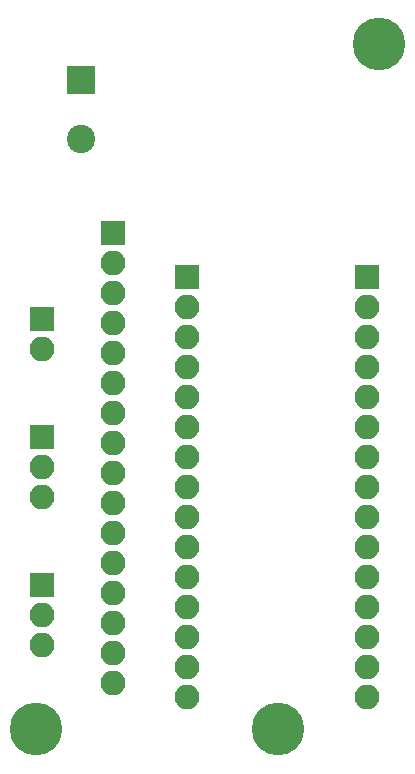
<source format=gbs>
G04 #@! TF.FileFunction,Soldermask,Bot*
%FSLAX46Y46*%
G04 Gerber Fmt 4.6, Leading zero omitted, Abs format (unit mm)*
G04 Created by KiCad (PCBNEW 4.0.7) date 03/27/18 13:34:48*
%MOMM*%
%LPD*%
G01*
G04 APERTURE LIST*
%ADD10C,0.100000*%
%ADD11C,4.464000*%
%ADD12R,2.100000X2.100000*%
%ADD13O,2.100000X2.100000*%
%ADD14R,2.400000X2.400000*%
%ADD15C,2.400000*%
G04 APERTURE END LIST*
D10*
D11*
X134500000Y-51500000D03*
D12*
X106000000Y-74750000D03*
D13*
X106000000Y-77290000D03*
D12*
X118250000Y-71250000D03*
D13*
X118250000Y-73790000D03*
X118250000Y-76330000D03*
X118250000Y-78870000D03*
X118250000Y-81410000D03*
X118250000Y-83950000D03*
X118250000Y-86490000D03*
X118250000Y-89030000D03*
X118250000Y-91570000D03*
X118250000Y-94110000D03*
X118250000Y-96650000D03*
X118250000Y-99190000D03*
X118250000Y-101730000D03*
X118250000Y-104270000D03*
X118250000Y-106810000D03*
D12*
X133500000Y-71250000D03*
D13*
X133500000Y-73790000D03*
X133500000Y-76330000D03*
X133500000Y-78870000D03*
X133500000Y-81410000D03*
X133500000Y-83950000D03*
X133500000Y-86490000D03*
X133500000Y-89030000D03*
X133500000Y-91570000D03*
X133500000Y-94110000D03*
X133500000Y-96650000D03*
X133500000Y-99190000D03*
X133500000Y-101730000D03*
X133500000Y-104270000D03*
X133500000Y-106810000D03*
D14*
X109250000Y-54500000D03*
D15*
X109250000Y-59500000D03*
D12*
X106000000Y-84750000D03*
D13*
X106000000Y-87290000D03*
X106000000Y-89830000D03*
D12*
X106000000Y-97250000D03*
D13*
X106000000Y-99790000D03*
X106000000Y-102330000D03*
D12*
X112000000Y-67500000D03*
D13*
X112000000Y-70040000D03*
X112000000Y-72580000D03*
X112000000Y-75120000D03*
X112000000Y-77660000D03*
X112000000Y-80200000D03*
X112000000Y-82740000D03*
X112000000Y-85280000D03*
X112000000Y-87820000D03*
X112000000Y-90360000D03*
X112000000Y-92900000D03*
X112000000Y-95440000D03*
X112000000Y-97980000D03*
X112000000Y-100520000D03*
X112000000Y-103060000D03*
X112000000Y-105600000D03*
D11*
X105500000Y-109500000D03*
X126000000Y-109500000D03*
M02*

</source>
